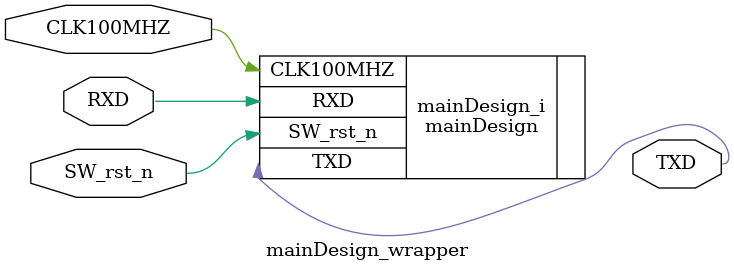
<source format=v>
`timescale 1 ps / 1 ps

module mainDesign_wrapper
   (CLK100MHZ,
    RXD,
    SW_rst_n,
    TXD);
  input CLK100MHZ;
  input RXD;
  input SW_rst_n;
  output TXD;

  wire CLK100MHZ;
  wire RXD;
  wire SW_rst_n;
  wire TXD;

  mainDesign mainDesign_i
       (.CLK100MHZ(CLK100MHZ),
        .RXD(RXD),
        .SW_rst_n(SW_rst_n),
        .TXD(TXD));
endmodule

</source>
